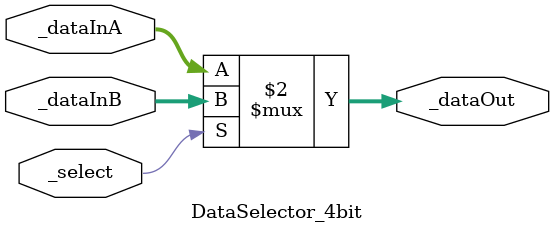
<source format=v>
`timescale 1ns / 1ps


module DataSelector_4bit(
//define inputs
input [7:0] _dataInA, 
input [7:0] _dataInB,
input _select,

//define outputs
output [7:0] _dataOut
    );
    
    
assign _dataOut = (_select == 1'b1)? _dataInB:_dataInA;
    
endmodule

</source>
